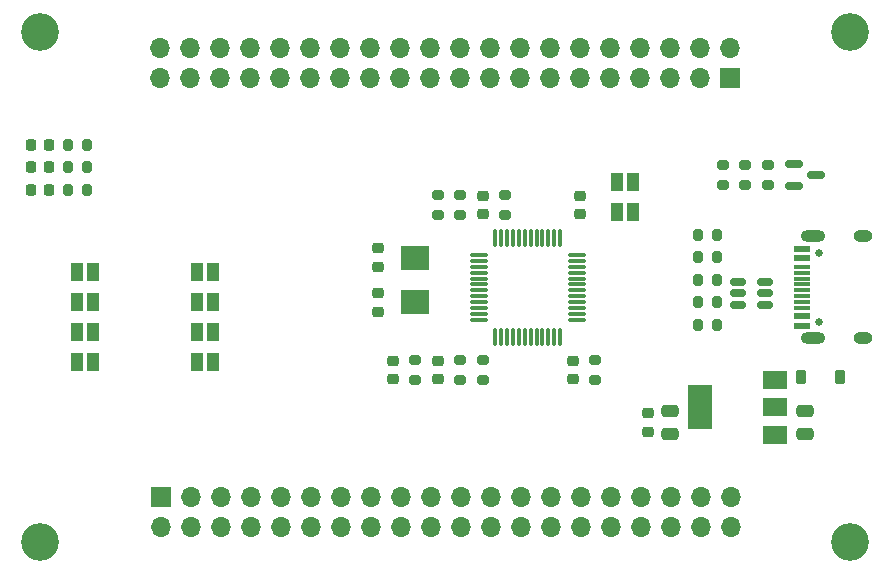
<source format=gbr>
G04 #@! TF.GenerationSoftware,KiCad,Pcbnew,7.0.5+dfsg-2*
G04 #@! TF.CreationDate,2023-07-13T12:04:41+08:00*
G04 #@! TF.ProjectId,prgstl,70726773-746c-42e6-9b69-6361645f7063,a*
G04 #@! TF.SameCoordinates,PX6b302f8PY7aeef28*
G04 #@! TF.FileFunction,Soldermask,Top*
G04 #@! TF.FilePolarity,Negative*
%FSLAX46Y46*%
G04 Gerber Fmt 4.6, Leading zero omitted, Abs format (unit mm)*
G04 Created by KiCad (PCBNEW 7.0.5+dfsg-2) date 2023-07-13 12:04:41*
%MOMM*%
%LPD*%
G01*
G04 APERTURE LIST*
G04 Aperture macros list*
%AMRoundRect*
0 Rectangle with rounded corners*
0 $1 Rounding radius*
0 $2 $3 $4 $5 $6 $7 $8 $9 X,Y pos of 4 corners*
0 Add a 4 corners polygon primitive as box body*
4,1,4,$2,$3,$4,$5,$6,$7,$8,$9,$2,$3,0*
0 Add four circle primitives for the rounded corners*
1,1,$1+$1,$2,$3*
1,1,$1+$1,$4,$5*
1,1,$1+$1,$6,$7*
1,1,$1+$1,$8,$9*
0 Add four rect primitives between the rounded corners*
20,1,$1+$1,$2,$3,$4,$5,0*
20,1,$1+$1,$4,$5,$6,$7,0*
20,1,$1+$1,$6,$7,$8,$9,0*
20,1,$1+$1,$8,$9,$2,$3,0*%
G04 Aperture macros list end*
%ADD10RoundRect,0.225000X-0.225000X-0.375000X0.225000X-0.375000X0.225000X0.375000X-0.225000X0.375000X0*%
%ADD11C,0.650000*%
%ADD12R,1.450000X0.600000*%
%ADD13R,1.450000X0.300000*%
%ADD14O,2.100000X1.000000*%
%ADD15O,1.600000X1.000000*%
%ADD16RoundRect,0.225000X0.250000X-0.225000X0.250000X0.225000X-0.250000X0.225000X-0.250000X-0.225000X0*%
%ADD17RoundRect,0.225000X-0.250000X0.225000X-0.250000X-0.225000X0.250000X-0.225000X0.250000X0.225000X0*%
%ADD18R,2.000000X1.500000*%
%ADD19R,2.000000X3.800000*%
%ADD20RoundRect,0.250000X-0.475000X0.250000X-0.475000X-0.250000X0.475000X-0.250000X0.475000X0.250000X0*%
%ADD21RoundRect,0.218750X0.218750X0.256250X-0.218750X0.256250X-0.218750X-0.256250X0.218750X-0.256250X0*%
%ADD22RoundRect,0.200000X-0.200000X-0.275000X0.200000X-0.275000X0.200000X0.275000X-0.200000X0.275000X0*%
%ADD23RoundRect,0.150000X-0.587500X-0.150000X0.587500X-0.150000X0.587500X0.150000X-0.587500X0.150000X0*%
%ADD24RoundRect,0.200000X-0.275000X0.200000X-0.275000X-0.200000X0.275000X-0.200000X0.275000X0.200000X0*%
%ADD25RoundRect,0.200000X0.200000X0.275000X-0.200000X0.275000X-0.200000X-0.275000X0.200000X-0.275000X0*%
%ADD26R,1.000000X1.500000*%
%ADD27R,2.400000X2.000000*%
%ADD28RoundRect,0.075000X-0.662500X-0.075000X0.662500X-0.075000X0.662500X0.075000X-0.662500X0.075000X0*%
%ADD29RoundRect,0.075000X-0.075000X-0.662500X0.075000X-0.662500X0.075000X0.662500X-0.075000X0.662500X0*%
%ADD30RoundRect,0.200000X0.275000X-0.200000X0.275000X0.200000X-0.275000X0.200000X-0.275000X-0.200000X0*%
%ADD31RoundRect,0.150000X0.512500X0.150000X-0.512500X0.150000X-0.512500X-0.150000X0.512500X-0.150000X0*%
%ADD32R,1.700000X1.700000*%
%ADD33O,1.700000X1.700000*%
%ADD34C,3.200000*%
G04 APERTURE END LIST*
D10*
G04 #@! TO.C,D1*
X70105000Y19685000D03*
X73405000Y19685000D03*
G04 #@! TD*
D11*
G04 #@! TO.C,J1*
X71695000Y24415000D03*
X71695000Y30195000D03*
D12*
X70250000Y24055000D03*
X70250000Y24855000D03*
D13*
X70250000Y26055000D03*
X70250000Y27055000D03*
X70250000Y27555000D03*
X70250000Y28555000D03*
D12*
X70250000Y29755000D03*
X70250000Y30555000D03*
X70250000Y30555000D03*
X70250000Y29755000D03*
D13*
X70250000Y29055000D03*
X70250000Y28055000D03*
X70250000Y26555000D03*
X70250000Y25555000D03*
D12*
X70250000Y24855000D03*
X70250000Y24055000D03*
D14*
X71165000Y22985000D03*
D15*
X75345000Y22985000D03*
D14*
X71165000Y31625000D03*
D15*
X75345000Y31625000D03*
G04 #@! TD*
D16*
G04 #@! TO.C,C3*
X43180000Y33515000D03*
X43180000Y35065000D03*
G04 #@! TD*
G04 #@! TO.C,C4*
X51435000Y33515000D03*
X51435000Y35065000D03*
G04 #@! TD*
D17*
G04 #@! TO.C,C5*
X39370000Y21095000D03*
X39370000Y19545000D03*
G04 #@! TD*
G04 #@! TO.C,C7*
X50800000Y21095000D03*
X50800000Y19545000D03*
G04 #@! TD*
D18*
G04 #@! TO.C,U1*
X67920000Y14845000D03*
X67920000Y17145000D03*
D19*
X61620000Y17145000D03*
D18*
X67920000Y19445000D03*
G04 #@! TD*
D20*
G04 #@! TO.C,C1*
X70485000Y16825000D03*
X70485000Y14925000D03*
G04 #@! TD*
D21*
G04 #@! TO.C,D2*
X6502500Y39370000D03*
X4927500Y39370000D03*
G04 #@! TD*
D22*
G04 #@! TO.C,R3*
X8065000Y39370000D03*
X9715000Y39370000D03*
G04 #@! TD*
D16*
G04 #@! TO.C,C9*
X34290000Y29070000D03*
X34290000Y30620000D03*
G04 #@! TD*
D17*
G04 #@! TO.C,C10*
X34290000Y26810000D03*
X34290000Y25260000D03*
G04 #@! TD*
G04 #@! TO.C,C2*
X57150000Y16650000D03*
X57150000Y15100000D03*
G04 #@! TD*
D20*
G04 #@! TO.C,C6*
X59055000Y16825000D03*
X59055000Y14925000D03*
G04 #@! TD*
D21*
G04 #@! TO.C,D4*
X6502500Y37465000D03*
X4927500Y37465000D03*
G04 #@! TD*
D23*
G04 #@! TO.C,Q1*
X69547500Y37780000D03*
X69547500Y35880000D03*
X71422500Y36830000D03*
G04 #@! TD*
D24*
G04 #@! TO.C,R16*
X52705000Y21145000D03*
X52705000Y19495000D03*
G04 #@! TD*
D25*
G04 #@! TO.C,R5*
X9715000Y35560000D03*
X8065000Y35560000D03*
G04 #@! TD*
D22*
G04 #@! TO.C,R6*
X8065000Y37465000D03*
X9715000Y37465000D03*
G04 #@! TD*
D26*
G04 #@! TO.C,JP1*
X10175000Y28575000D03*
X8875000Y28575000D03*
G04 #@! TD*
G04 #@! TO.C,JP2*
X10175000Y26035000D03*
X8875000Y26035000D03*
G04 #@! TD*
G04 #@! TO.C,JP3*
X10175000Y23495000D03*
X8875000Y23495000D03*
G04 #@! TD*
G04 #@! TO.C,JP4*
X10175000Y20955000D03*
X8875000Y20955000D03*
G04 #@! TD*
G04 #@! TO.C,JP5*
X19035000Y28575000D03*
X20335000Y28575000D03*
G04 #@! TD*
G04 #@! TO.C,JP6*
X19035000Y26035000D03*
X20335000Y26035000D03*
G04 #@! TD*
G04 #@! TO.C,JP7*
X19035000Y23495000D03*
X20335000Y23495000D03*
G04 #@! TD*
G04 #@! TO.C,JP8*
X19035000Y20955000D03*
X20335000Y20955000D03*
G04 #@! TD*
D21*
G04 #@! TO.C,D3*
X6502500Y35560000D03*
X4927500Y35560000D03*
G04 #@! TD*
D24*
G04 #@! TO.C,R15*
X39370000Y35115000D03*
X39370000Y33465000D03*
G04 #@! TD*
D27*
G04 #@! TO.C,Y1*
X37465000Y29790000D03*
X37465000Y26090000D03*
G04 #@! TD*
D28*
G04 #@! TO.C,U3*
X42827500Y30055000D03*
X42827500Y29555000D03*
X42827500Y29055000D03*
X42827500Y28555000D03*
X42827500Y28055000D03*
X42827500Y27555000D03*
X42827500Y27055000D03*
X42827500Y26555000D03*
X42827500Y26055000D03*
X42827500Y25555000D03*
X42827500Y25055000D03*
X42827500Y24555000D03*
D29*
X44240000Y23142500D03*
X44740000Y23142500D03*
X45240000Y23142500D03*
X45740000Y23142500D03*
X46240000Y23142500D03*
X46740000Y23142500D03*
X47240000Y23142500D03*
X47740000Y23142500D03*
X48240000Y23142500D03*
X48740000Y23142500D03*
X49240000Y23142500D03*
X49740000Y23142500D03*
D28*
X51152500Y24555000D03*
X51152500Y25055000D03*
X51152500Y25555000D03*
X51152500Y26055000D03*
X51152500Y26555000D03*
X51152500Y27055000D03*
X51152500Y27555000D03*
X51152500Y28055000D03*
X51152500Y28555000D03*
X51152500Y29055000D03*
X51152500Y29555000D03*
X51152500Y30055000D03*
D29*
X49740000Y31467500D03*
X49240000Y31467500D03*
X48740000Y31467500D03*
X48240000Y31467500D03*
X47740000Y31467500D03*
X47240000Y31467500D03*
X46740000Y31467500D03*
X46240000Y31467500D03*
X45740000Y31467500D03*
X45240000Y31467500D03*
X44740000Y31467500D03*
X44240000Y31467500D03*
G04 #@! TD*
D17*
G04 #@! TO.C,C8*
X35560000Y21095000D03*
X35560000Y19545000D03*
G04 #@! TD*
D30*
G04 #@! TO.C,R12*
X37465000Y19495000D03*
X37465000Y21145000D03*
G04 #@! TD*
D24*
G04 #@! TO.C,R7*
X67310000Y37655000D03*
X67310000Y36005000D03*
G04 #@! TD*
D30*
G04 #@! TO.C,R8*
X65405000Y36005000D03*
X65405000Y37655000D03*
G04 #@! TD*
G04 #@! TO.C,R13*
X45085000Y33465000D03*
X45085000Y35115000D03*
G04 #@! TD*
D24*
G04 #@! TO.C,R11*
X63500000Y37655000D03*
X63500000Y36005000D03*
G04 #@! TD*
D30*
G04 #@! TO.C,R14*
X41275000Y33465000D03*
X41275000Y35115000D03*
G04 #@! TD*
G04 #@! TO.C,R17*
X41275000Y19495000D03*
X41275000Y21145000D03*
G04 #@! TD*
D24*
G04 #@! TO.C,R18*
X43180000Y21145000D03*
X43180000Y19495000D03*
G04 #@! TD*
D31*
G04 #@! TO.C,U2*
X67050500Y25847000D03*
X67050500Y26797000D03*
X67050500Y27747000D03*
X64775500Y27747000D03*
X64775500Y26797000D03*
X64775500Y25847000D03*
G04 #@! TD*
D22*
G04 #@! TO.C,R1*
X61405000Y24130000D03*
X63055000Y24130000D03*
G04 #@! TD*
G04 #@! TO.C,R10*
X61405000Y27940000D03*
X63055000Y27940000D03*
G04 #@! TD*
G04 #@! TO.C,R9*
X61405000Y26035000D03*
X63055000Y26035000D03*
G04 #@! TD*
G04 #@! TO.C,R4*
X61405000Y31750000D03*
X63055000Y31750000D03*
G04 #@! TD*
G04 #@! TO.C,R2*
X61405000Y29845000D03*
X63055000Y29845000D03*
G04 #@! TD*
D26*
G04 #@! TO.C,JP9*
X54595000Y36195000D03*
X55895000Y36195000D03*
G04 #@! TD*
G04 #@! TO.C,JP10*
X54595000Y33655000D03*
X55895000Y33655000D03*
G04 #@! TD*
D32*
G04 #@! TO.C,J2*
X15905000Y9545000D03*
D33*
X15905000Y7005000D03*
X18445000Y9545000D03*
X18445000Y7005000D03*
X20985000Y9545000D03*
X20985000Y7005000D03*
X23525000Y9545000D03*
X23525000Y7005000D03*
X26065000Y9545000D03*
X26065000Y7005000D03*
X28605000Y9545000D03*
X28605000Y7005000D03*
X31145000Y9545000D03*
X31145000Y7005000D03*
X33685000Y9545000D03*
X33685000Y7005000D03*
X36225000Y9545000D03*
X36225000Y7005000D03*
X38765000Y9545000D03*
X38765000Y7005000D03*
X41305000Y9545000D03*
X41305000Y7005000D03*
X43845000Y9545000D03*
X43845000Y7005000D03*
X46385000Y9545000D03*
X46385000Y7005000D03*
X48925000Y9545000D03*
X48925000Y7005000D03*
X51465000Y9545000D03*
X51465000Y7005000D03*
X54005000Y9545000D03*
X54005000Y7005000D03*
X56545000Y9545000D03*
X56545000Y7005000D03*
X59085000Y9545000D03*
X59085000Y7005000D03*
X61625000Y9545000D03*
X61625000Y7005000D03*
X64165000Y9545000D03*
X64165000Y7005000D03*
G04 #@! TD*
D32*
G04 #@! TO.C,J3*
X64105000Y45065000D03*
D33*
X64105000Y47605000D03*
X61565000Y45065000D03*
X61565000Y47605000D03*
X59025000Y45065000D03*
X59025000Y47605000D03*
X56485000Y45065000D03*
X56485000Y47605000D03*
X53945000Y45065000D03*
X53945000Y47605000D03*
X51405000Y45065000D03*
X51405000Y47605000D03*
X48865000Y45065000D03*
X48865000Y47605000D03*
X46325000Y45065000D03*
X46325000Y47605000D03*
X43785000Y45065000D03*
X43785000Y47605000D03*
X41245000Y45065000D03*
X41245000Y47605000D03*
X38705000Y45065000D03*
X38705000Y47605000D03*
X36165000Y45065000D03*
X36165000Y47605000D03*
X33625000Y45065000D03*
X33625000Y47605000D03*
X31085000Y45065000D03*
X31085000Y47605000D03*
X28545000Y45065000D03*
X28545000Y47605000D03*
X26005000Y45065000D03*
X26005000Y47605000D03*
X23465000Y45065000D03*
X23465000Y47605000D03*
X20925000Y45065000D03*
X20925000Y47605000D03*
X18385000Y45065000D03*
X18385000Y47605000D03*
X15845000Y45065000D03*
X15845000Y47605000D03*
G04 #@! TD*
D34*
G04 #@! TO.C,J4*
X5715000Y48895000D03*
X5715000Y5715000D03*
X74295000Y48895000D03*
X74295000Y5715000D03*
G04 #@! TD*
M02*

</source>
